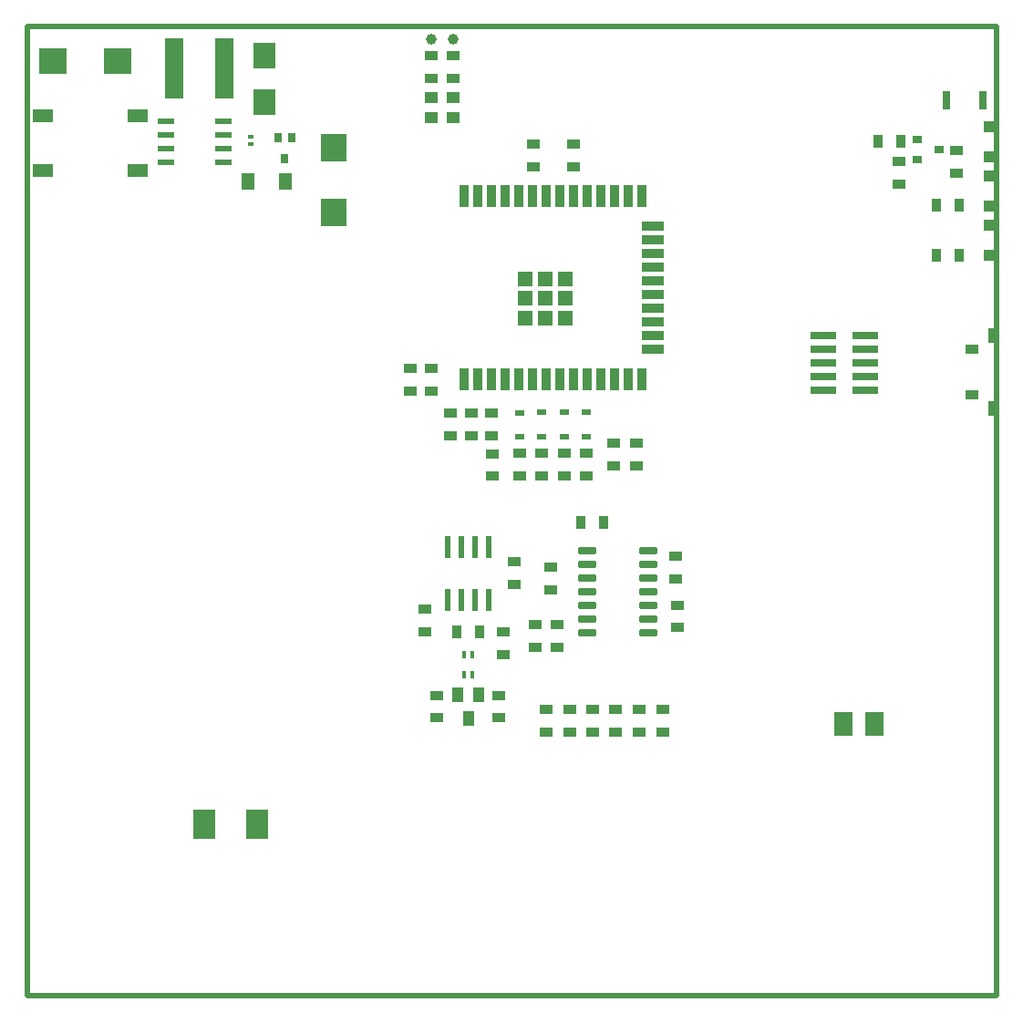
<source format=gtp>
G04*
G04 #@! TF.GenerationSoftware,Altium Limited,Altium Designer,21.2.0 (30)*
G04*
G04 Layer_Color=8421504*
%FSLAX44Y44*%
%MOMM*%
G71*
G04*
G04 #@! TF.SameCoordinates,3859F847-68DD-49E8-8EE8-84FD9F862EB9*
G04*
G04*
G04 #@! TF.FilePolarity,Positive*
G04*
G01*
G75*
%ADD10C,0.5000*%
%ADD29R,1.2000X0.9000*%
%ADD30R,0.8300X0.6250*%
%ADD31R,0.9000X1.2000*%
G04:AMPARAMS|DCode=32|XSize=1.97mm|YSize=0.59mm|CornerRadius=0.0738mm|HoleSize=0mm|Usage=FLASHONLY|Rotation=270.000|XOffset=0mm|YOffset=0mm|HoleType=Round|Shape=RoundedRectangle|*
%AMROUNDEDRECTD32*
21,1,1.9700,0.4425,0,0,270.0*
21,1,1.8225,0.5900,0,0,270.0*
1,1,0.1475,-0.2213,-0.9113*
1,1,0.1475,-0.2213,0.9113*
1,1,0.1475,0.2213,0.9113*
1,1,0.1475,0.2213,-0.9113*
%
%ADD32ROUNDEDRECTD32*%
%ADD33R,2.1500X2.8000*%
%ADD34R,1.8000X2.2300*%
%ADD35R,2.4000X0.7600*%
%ADD36R,1.0000X1.0000*%
%ADD37R,0.8000X1.7000*%
%ADD38R,1.2000X1.0500*%
%ADD39R,1.3300X1.3300*%
%ADD40R,0.9000X2.0000*%
%ADD41R,2.0000X0.9000*%
G04:AMPARAMS|DCode=42|XSize=0.65mm|YSize=1.65mm|CornerRadius=0.0488mm|HoleSize=0mm|Usage=FLASHONLY|Rotation=90.000|XOffset=0mm|YOffset=0mm|HoleType=Round|Shape=RoundedRectangle|*
%AMROUNDEDRECTD42*
21,1,0.6500,1.5525,0,0,90.0*
21,1,0.5525,1.6500,0,0,90.0*
1,1,0.0975,0.7763,0.2763*
1,1,0.0975,0.7763,-0.2763*
1,1,0.0975,-0.7763,-0.2763*
1,1,0.0975,-0.7763,0.2763*
%
%ADD42ROUNDEDRECTD42*%
%ADD43R,1.0000X1.4000*%
%ADD44R,0.4000X0.7500*%
%ADD45R,1.2700X0.9000*%
%ADD46R,0.8000X1.4500*%
%ADD47R,0.9000X0.8000*%
%ADD48R,0.6000X0.4000*%
%ADD49R,1.9000X1.2000*%
%ADD50C,1.0000*%
%ADD51R,1.5500X0.6000*%
%ADD52R,2.5500X2.4500*%
%ADD53R,1.2500X1.6500*%
%ADD54R,1.8000X5.7000*%
%ADD55R,2.1500X2.4500*%
%ADD56R,0.7000X0.9000*%
%ADD57R,2.4500X2.5500*%
D10*
X0Y900000D02*
X900000D01*
X0Y0D02*
X900000D01*
X0D02*
Y900000D01*
X900000D02*
X900000Y0D01*
D29*
X602400Y387100D02*
D03*
Y408100D02*
D03*
X498700Y504000D02*
D03*
Y483000D02*
D03*
X457200Y503800D02*
D03*
Y482800D02*
D03*
X544900Y492500D02*
D03*
Y513500D02*
D03*
X603900Y362900D02*
D03*
Y341900D02*
D03*
X590000Y244700D02*
D03*
Y265700D02*
D03*
X568300D02*
D03*
Y244700D02*
D03*
X546775Y265700D02*
D03*
Y244700D02*
D03*
X525250Y265700D02*
D03*
Y244700D02*
D03*
X503725Y265700D02*
D03*
Y244700D02*
D03*
X482200Y244700D02*
D03*
Y265700D02*
D03*
X491800Y323600D02*
D03*
Y344600D02*
D03*
X471600Y344500D02*
D03*
Y323500D02*
D03*
X486600Y398300D02*
D03*
Y377300D02*
D03*
X452400Y403100D02*
D03*
Y382100D02*
D03*
X438400Y279200D02*
D03*
Y258200D02*
D03*
X862900Y764000D02*
D03*
Y785000D02*
D03*
X507800Y790800D02*
D03*
Y769800D02*
D03*
X469900Y790800D02*
D03*
Y769800D02*
D03*
X395800Y852100D02*
D03*
Y873100D02*
D03*
X375400Y852200D02*
D03*
Y873200D02*
D03*
X369500Y359100D02*
D03*
Y338100D02*
D03*
X380800Y258100D02*
D03*
Y279100D02*
D03*
X441900Y338200D02*
D03*
Y317200D02*
D03*
X519600Y504000D02*
D03*
Y483000D02*
D03*
X477900Y482900D02*
D03*
Y503900D02*
D03*
X566100Y513500D02*
D03*
Y492500D02*
D03*
X431600Y541100D02*
D03*
Y520100D02*
D03*
X392800D02*
D03*
Y541100D02*
D03*
X431700Y503500D02*
D03*
Y482500D02*
D03*
X412200Y541100D02*
D03*
Y520100D02*
D03*
X355900Y582900D02*
D03*
Y561900D02*
D03*
X375400Y582900D02*
D03*
Y561900D02*
D03*
X809800Y753900D02*
D03*
Y774900D02*
D03*
D30*
X498600Y519600D02*
D03*
Y541850D02*
D03*
X477800Y519475D02*
D03*
Y541725D02*
D03*
X519600Y541825D02*
D03*
Y519575D02*
D03*
X457300Y541700D02*
D03*
Y519450D02*
D03*
D31*
X514200Y439700D02*
D03*
X535200D02*
D03*
X865800Y688100D02*
D03*
X844800D02*
D03*
X811000Y794000D02*
D03*
X790000D02*
D03*
X865800Y734100D02*
D03*
X844800D02*
D03*
X399100Y338100D02*
D03*
X420100D02*
D03*
D32*
X428500Y417000D02*
D03*
X415800D02*
D03*
X403100D02*
D03*
X390400D02*
D03*
Y367500D02*
D03*
X403100D02*
D03*
X415800D02*
D03*
X428500D02*
D03*
D33*
X213750Y159500D02*
D03*
X164650D02*
D03*
D34*
X757700Y252300D02*
D03*
X786900D02*
D03*
D35*
X739600Y612900D02*
D03*
X739600Y600200D02*
D03*
Y587500D02*
D03*
Y574800D02*
D03*
X778600Y574800D02*
D03*
X778600Y587500D02*
D03*
Y600200D02*
D03*
Y612900D02*
D03*
X739600Y562100D02*
D03*
X778600D02*
D03*
D36*
X893600Y807500D02*
D03*
Y779500D02*
D03*
X893700Y733500D02*
D03*
Y761500D02*
D03*
X893800Y687500D02*
D03*
Y715500D02*
D03*
D37*
X887500Y831500D02*
D03*
X853500D02*
D03*
D38*
X395700Y815500D02*
D03*
Y834500D02*
D03*
X375500Y815500D02*
D03*
Y834500D02*
D03*
D39*
X499500Y666050D02*
D03*
Y647700D02*
D03*
Y629350D02*
D03*
X481150D02*
D03*
X462800D02*
D03*
Y647700D02*
D03*
Y666050D02*
D03*
X481150D02*
D03*
Y647700D02*
D03*
D40*
X406150Y742700D02*
D03*
X418850D02*
D03*
X431550D02*
D03*
X444250D02*
D03*
X456950D02*
D03*
X469650D02*
D03*
X482350D02*
D03*
X495050D02*
D03*
X507750D02*
D03*
X520450D02*
D03*
X533150D02*
D03*
X545850D02*
D03*
X558550D02*
D03*
X571250D02*
D03*
Y572700D02*
D03*
X558550D02*
D03*
X545850D02*
D03*
X533150D02*
D03*
X520450D02*
D03*
X507750D02*
D03*
X495050D02*
D03*
X482350D02*
D03*
X469650D02*
D03*
X456950D02*
D03*
X444250D02*
D03*
X431550D02*
D03*
X418850D02*
D03*
X406150D02*
D03*
D41*
X581250Y714850D02*
D03*
Y702150D02*
D03*
Y689450D02*
D03*
Y676750D02*
D03*
Y664050D02*
D03*
Y651350D02*
D03*
Y638650D02*
D03*
Y625950D02*
D03*
Y613250D02*
D03*
Y600550D02*
D03*
D42*
X576450Y337400D02*
D03*
Y350100D02*
D03*
Y362800D02*
D03*
Y375500D02*
D03*
Y388200D02*
D03*
Y400900D02*
D03*
Y413600D02*
D03*
X519950Y337400D02*
D03*
Y350100D02*
D03*
Y362800D02*
D03*
Y375500D02*
D03*
Y388200D02*
D03*
Y400900D02*
D03*
Y413600D02*
D03*
D43*
X419200Y279400D02*
D03*
X400200D02*
D03*
X409700Y257400D02*
D03*
D44*
X413700Y298350D02*
D03*
X405700Y316850D02*
D03*
Y298350D02*
D03*
X413700Y316850D02*
D03*
D45*
X877150Y558600D02*
D03*
Y600600D02*
D03*
D46*
X896000Y545850D02*
D03*
Y613350D02*
D03*
D47*
X826700Y795400D02*
D03*
Y776400D02*
D03*
X846700Y785900D02*
D03*
D48*
X207800Y798000D02*
D03*
Y791000D02*
D03*
D49*
X14900Y766200D02*
D03*
Y817200D02*
D03*
X102300Y766200D02*
D03*
Y817200D02*
D03*
D50*
X375500Y888700D02*
D03*
X395800D02*
D03*
D51*
X182700Y774450D02*
D03*
Y787150D02*
D03*
Y799850D02*
D03*
Y812550D02*
D03*
X128700D02*
D03*
Y799850D02*
D03*
Y787150D02*
D03*
Y774450D02*
D03*
D52*
X23800Y868300D02*
D03*
X84300D02*
D03*
D53*
X205050Y756000D02*
D03*
X239550D02*
D03*
D54*
X137000Y861700D02*
D03*
X183000D02*
D03*
D55*
X220700Y830100D02*
D03*
Y873100D02*
D03*
D56*
X239400Y777700D02*
D03*
X232900Y796700D02*
D03*
X245900D02*
D03*
D57*
X284800Y727250D02*
D03*
Y787750D02*
D03*
M02*

</source>
